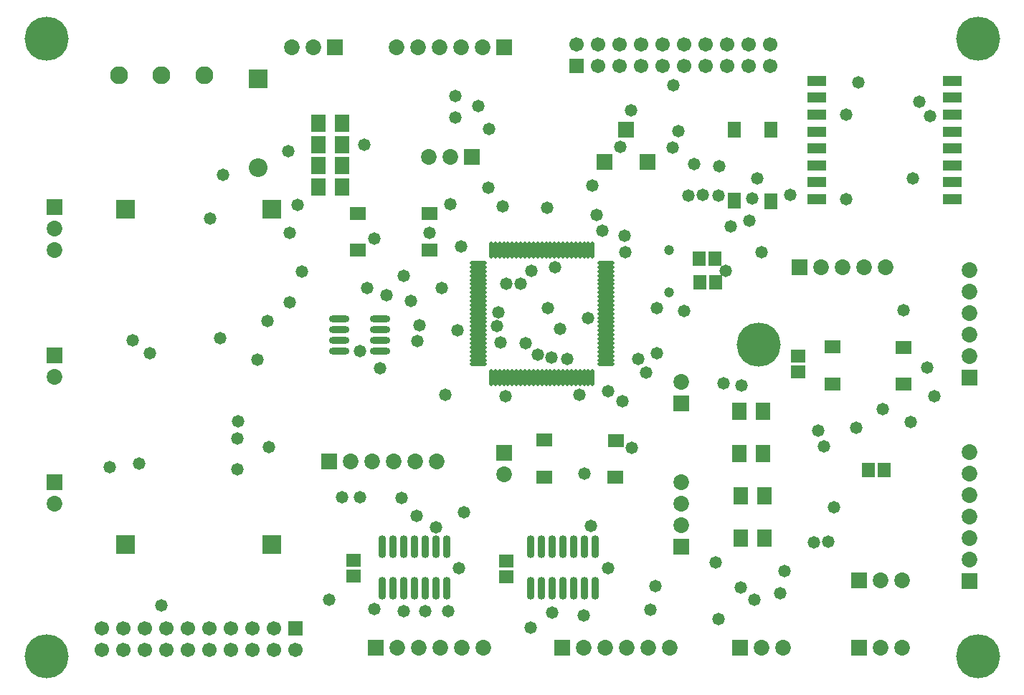
<source format=gbr>
G04 Layer_Color=8388736*
%FSLAX23Y23*%
%MOIN*%
%TF.FileFunction,Soldermask,Top*%
%TF.Part,Single*%
G01*
G75*
%TA.AperFunction,SMDPad*%
%ADD54R,0.087X0.047*%
%TA.AperFunction,SMDPad*%
%ADD55R,0.071X0.079*%
%TA.AperFunction,SMDPad*%
%ADD56O,0.095X0.032*%
%TA.AperFunction,SMDPad*%
%ADD57R,0.067X0.059*%
%TA.AperFunction,SMDPad*%
%ADD58R,0.059X0.073*%
%TA.AperFunction,SMDPad*%
%ADD59R,0.073X0.059*%
%TA.AperFunction,SMDPad*%
%ADD60R,0.059X0.067*%
%TA.AperFunction,SMDPad*%
%ADD61O,0.020X0.079*%
%TA.AperFunction,SMDPad*%
%ADD62O,0.079X0.020*%
%TA.AperFunction,SMDPad*%
%ADD63O,0.036X0.106*%
%TA.AperFunction,ViaPad*%
%ADD64C,0.073*%
%TA.AperFunction,ViaPad*%
%ADD65R,0.073X0.073*%
%TA.AperFunction,ViaPad*%
%ADD66C,0.067*%
%TA.AperFunction,ViaPad*%
%ADD67R,0.067X0.067*%
%TA.AperFunction,ConnectorPad*%
%ADD68C,0.205*%
%TA.AperFunction,ViaPad*%
%ADD69C,0.087*%
%TA.AperFunction,ViaPad*%
%ADD70R,0.087X0.087*%
%TA.AperFunction,ViaPad*%
%ADD71R,0.073X0.073*%
%TA.AperFunction,ViaPad*%
%ADD72R,0.087X0.087*%
%TA.AperFunction,ViaPad*%
%ADD73C,0.083*%
%TA.AperFunction,ViaPad*%
%ADD74C,0.047*%
%TA.AperFunction,ViaPad*%
%ADD75C,0.058*%
D54*
X5354Y4213D02*
D03*
Y4134D02*
D03*
Y4055D02*
D03*
Y3977D02*
D03*
Y3662D02*
D03*
Y3741D02*
D03*
Y3819D02*
D03*
Y3898D02*
D03*
X4724D02*
D03*
Y3819D02*
D03*
Y3741D02*
D03*
Y3662D02*
D03*
Y3977D02*
D03*
Y4055D02*
D03*
Y4134D02*
D03*
Y4213D02*
D03*
D55*
X4363Y2675D02*
D03*
X4473D02*
D03*
X4363Y2479D02*
D03*
X4473D02*
D03*
X4368Y2283D02*
D03*
X4478D02*
D03*
X4368Y2086D02*
D03*
X4478D02*
D03*
X2406Y3720D02*
D03*
X2516D02*
D03*
X2405Y3916D02*
D03*
X2515D02*
D03*
X2406Y4016D02*
D03*
X2516D02*
D03*
X2406Y3819D02*
D03*
X2516D02*
D03*
D56*
X2504Y3106D02*
D03*
Y3056D02*
D03*
Y3006D02*
D03*
Y2956D02*
D03*
X2693Y3106D02*
D03*
Y3056D02*
D03*
Y3006D02*
D03*
Y2956D02*
D03*
D57*
X4636Y2859D02*
D03*
Y2933D02*
D03*
X3280Y1980D02*
D03*
Y1906D02*
D03*
X2571Y1983D02*
D03*
Y1909D02*
D03*
D58*
X4509Y3985D02*
D03*
X4338D02*
D03*
X4508Y3653D02*
D03*
X4338Y3654D02*
D03*
D59*
X4795Y2974D02*
D03*
Y2803D02*
D03*
X5127Y2973D02*
D03*
X5126Y2803D02*
D03*
X2922Y3424D02*
D03*
Y3595D02*
D03*
X2590Y3425D02*
D03*
X2591Y3595D02*
D03*
X3456Y2541D02*
D03*
Y2370D02*
D03*
X3788Y2540D02*
D03*
X3787Y2370D02*
D03*
D60*
X4963Y2402D02*
D03*
X5037D02*
D03*
X4254Y3274D02*
D03*
X4180D02*
D03*
X4251Y3384D02*
D03*
X4177D02*
D03*
D61*
X3209Y3427D02*
D03*
X3228D02*
D03*
X3248D02*
D03*
X3268D02*
D03*
X3287D02*
D03*
X3307D02*
D03*
X3327D02*
D03*
X3346D02*
D03*
X3366D02*
D03*
X3386D02*
D03*
X3406D02*
D03*
X3425D02*
D03*
X3445D02*
D03*
X3465D02*
D03*
X3484D02*
D03*
X3504D02*
D03*
X3524D02*
D03*
X3543D02*
D03*
X3563D02*
D03*
X3583D02*
D03*
X3602D02*
D03*
X3622D02*
D03*
X3642D02*
D03*
X3661D02*
D03*
X3681D02*
D03*
Y2833D02*
D03*
X3661D02*
D03*
X3642D02*
D03*
X3622D02*
D03*
X3602D02*
D03*
X3583D02*
D03*
X3563D02*
D03*
X3543D02*
D03*
X3524D02*
D03*
X3504D02*
D03*
X3484D02*
D03*
X3465D02*
D03*
X3445D02*
D03*
X3425D02*
D03*
X3406D02*
D03*
X3386D02*
D03*
X3366D02*
D03*
X3346D02*
D03*
X3327D02*
D03*
X3307D02*
D03*
X3287D02*
D03*
X3268D02*
D03*
X3248D02*
D03*
X3228D02*
D03*
X3209D02*
D03*
D62*
X3742Y3366D02*
D03*
Y3346D02*
D03*
Y3327D02*
D03*
Y3307D02*
D03*
Y3287D02*
D03*
Y3268D02*
D03*
Y3248D02*
D03*
Y3228D02*
D03*
Y3209D02*
D03*
Y3189D02*
D03*
Y3169D02*
D03*
Y3150D02*
D03*
Y3130D02*
D03*
Y3110D02*
D03*
Y3091D02*
D03*
Y3071D02*
D03*
Y3051D02*
D03*
Y3031D02*
D03*
Y3012D02*
D03*
Y2992D02*
D03*
Y2972D02*
D03*
Y2953D02*
D03*
Y2933D02*
D03*
Y2913D02*
D03*
Y2894D02*
D03*
X3148D02*
D03*
Y2913D02*
D03*
Y2933D02*
D03*
Y2953D02*
D03*
Y2972D02*
D03*
Y2992D02*
D03*
Y3012D02*
D03*
Y3031D02*
D03*
Y3051D02*
D03*
Y3071D02*
D03*
Y3091D02*
D03*
Y3110D02*
D03*
Y3130D02*
D03*
Y3150D02*
D03*
Y3169D02*
D03*
Y3189D02*
D03*
Y3209D02*
D03*
Y3228D02*
D03*
Y3248D02*
D03*
Y3268D02*
D03*
Y3287D02*
D03*
Y3307D02*
D03*
Y3327D02*
D03*
Y3346D02*
D03*
Y3366D02*
D03*
D63*
X3393Y1852D02*
D03*
X3443D02*
D03*
X3493D02*
D03*
X3543D02*
D03*
X3593D02*
D03*
X3643D02*
D03*
X3693D02*
D03*
X3393Y2045D02*
D03*
X3443D02*
D03*
X3493D02*
D03*
X3543D02*
D03*
X3593D02*
D03*
X3643D02*
D03*
X3693D02*
D03*
X2704Y1852D02*
D03*
X2754D02*
D03*
X2804D02*
D03*
X2854D02*
D03*
X2904D02*
D03*
X2954D02*
D03*
X3004D02*
D03*
X2704Y2045D02*
D03*
X2754D02*
D03*
X2804D02*
D03*
X2854D02*
D03*
X2904D02*
D03*
X2954D02*
D03*
X3004D02*
D03*
D64*
X4567Y1575D02*
D03*
X4467D02*
D03*
X1181Y2246D02*
D03*
Y2836D02*
D03*
X1181Y3425D02*
D03*
Y3525D02*
D03*
X2921Y3860D02*
D03*
X3021D02*
D03*
X3640Y1575D02*
D03*
X3740D02*
D03*
X3840D02*
D03*
X3940D02*
D03*
X4040D02*
D03*
X2774D02*
D03*
X2874D02*
D03*
X2974D02*
D03*
X3074D02*
D03*
X3174D02*
D03*
X4743Y3346D02*
D03*
X4843D02*
D03*
X4943D02*
D03*
X5043D02*
D03*
X5433Y2931D02*
D03*
Y3031D02*
D03*
Y3131D02*
D03*
Y3231D02*
D03*
Y3331D02*
D03*
Y2387D02*
D03*
Y2287D02*
D03*
Y2187D02*
D03*
Y2087D02*
D03*
Y1987D02*
D03*
Y2487D02*
D03*
X3171Y4370D02*
D03*
X3071D02*
D03*
X2971D02*
D03*
X2871D02*
D03*
X2771D02*
D03*
X2283D02*
D03*
X2383D02*
D03*
X3268Y2383D02*
D03*
X2557Y2441D02*
D03*
X2657D02*
D03*
X2757D02*
D03*
X2857D02*
D03*
X2957D02*
D03*
X4094Y2813D02*
D03*
Y2144D02*
D03*
Y2244D02*
D03*
Y2344D02*
D03*
X5118Y1575D02*
D03*
X5018D02*
D03*
X5118Y1890D02*
D03*
X5018D02*
D03*
D65*
X4367Y1575D02*
D03*
X3121Y3860D02*
D03*
X3540Y1575D02*
D03*
X2674D02*
D03*
X4643Y3346D02*
D03*
X3737Y3837D02*
D03*
X3271Y4370D02*
D03*
X2483D02*
D03*
X2457Y2441D02*
D03*
X4918Y1575D02*
D03*
X4918Y1890D02*
D03*
D66*
X1700Y1664D02*
D03*
Y1564D02*
D03*
X1800Y1664D02*
D03*
Y1564D02*
D03*
X2300D02*
D03*
X2200Y1664D02*
D03*
Y1564D02*
D03*
X2100Y1664D02*
D03*
Y1564D02*
D03*
X2000Y1664D02*
D03*
Y1564D02*
D03*
X1900Y1664D02*
D03*
Y1564D02*
D03*
X1600D02*
D03*
Y1664D02*
D03*
X1500Y1564D02*
D03*
Y1664D02*
D03*
X1400Y1564D02*
D03*
Y1664D02*
D03*
X4205Y4281D02*
D03*
Y4381D02*
D03*
X4105Y4281D02*
D03*
Y4381D02*
D03*
X3605D02*
D03*
X3705Y4281D02*
D03*
Y4381D02*
D03*
X3805Y4281D02*
D03*
Y4381D02*
D03*
X3905Y4281D02*
D03*
Y4381D02*
D03*
X4005Y4281D02*
D03*
Y4381D02*
D03*
X4305D02*
D03*
Y4281D02*
D03*
X4405Y4381D02*
D03*
Y4281D02*
D03*
X4505Y4381D02*
D03*
Y4281D02*
D03*
D67*
X2300Y1664D02*
D03*
X3605Y4281D02*
D03*
D68*
X4454Y2985D02*
D03*
X5472Y4409D02*
D03*
Y1535D02*
D03*
X1142D02*
D03*
Y4409D02*
D03*
D69*
X2126Y3810D02*
D03*
D70*
Y4222D02*
D03*
D71*
X1181Y2346D02*
D03*
Y2936D02*
D03*
X1181Y3625D02*
D03*
X5433Y2831D02*
D03*
Y1887D02*
D03*
X3837Y3987D02*
D03*
X3937Y3837D02*
D03*
X3268Y2483D02*
D03*
X4094Y2713D02*
D03*
Y2044D02*
D03*
D72*
X2191Y3615D02*
D03*
X1510D02*
D03*
X2191Y2054D02*
D03*
X1510D02*
D03*
D73*
X1675Y4238D02*
D03*
X1875D02*
D03*
X1478D02*
D03*
D74*
X4035Y3228D02*
D03*
Y3425D02*
D03*
D75*
X3276Y2747D02*
D03*
X4298Y3330D02*
D03*
X3862Y2506D02*
D03*
X3010Y1746D02*
D03*
X3243Y3134D02*
D03*
X4445Y3759D02*
D03*
X2600Y2956D02*
D03*
X1542Y3004D02*
D03*
X5028Y2687D02*
D03*
X5161Y2624D02*
D03*
X5269Y2746D02*
D03*
X5235Y2878D02*
D03*
X3979Y2944D02*
D03*
X5127Y3144D02*
D03*
X4372Y2796D02*
D03*
X4289Y2806D02*
D03*
X3084Y2204D02*
D03*
X2455Y1798D02*
D03*
X3563Y2919D02*
D03*
X3948Y1751D02*
D03*
X3972Y1861D02*
D03*
X3052Y3051D02*
D03*
X2867Y3003D02*
D03*
X2122Y2914D02*
D03*
X3672Y2143D02*
D03*
X3639Y1726D02*
D03*
X3493Y1738D02*
D03*
X3393Y1669D02*
D03*
X1903Y3573D02*
D03*
X1435Y2416D02*
D03*
X4553Y1830D02*
D03*
X4267Y1710D02*
D03*
X3044Y4143D02*
D03*
X3042Y4043D02*
D03*
X3149Y4097D02*
D03*
X2981Y3249D02*
D03*
X3931Y2855D02*
D03*
X3893Y2919D02*
D03*
X3470Y3622D02*
D03*
X2723Y3217D02*
D03*
X2835Y3188D02*
D03*
X4252Y1973D02*
D03*
X4572Y1932D02*
D03*
X4906Y2598D02*
D03*
X4370Y1854D02*
D03*
X4434Y1800D02*
D03*
X4804Y2229D02*
D03*
X4757Y2511D02*
D03*
X4728Y2585D02*
D03*
X2598Y2277D02*
D03*
X2517D02*
D03*
X1962Y3777D02*
D03*
X1622Y2944D02*
D03*
X3068Y3443D02*
D03*
X3753Y2768D02*
D03*
X3819Y2722D02*
D03*
X2954Y2137D02*
D03*
X2666Y1756D02*
D03*
X2804Y1746D02*
D03*
X3490Y2924D02*
D03*
X2904Y1745D02*
D03*
X2621Y3916D02*
D03*
X3752Y1947D02*
D03*
X3058D02*
D03*
X2634Y3248D02*
D03*
X2693Y2874D02*
D03*
X3643Y2386D02*
D03*
X3425Y2938D02*
D03*
X3658Y3110D02*
D03*
X3237Y3071D02*
D03*
X4775Y2070D02*
D03*
X4709Y2067D02*
D03*
X4860Y3661D02*
D03*
X4858Y4055D02*
D03*
X1573Y2431D02*
D03*
X2875Y3075D02*
D03*
X3810Y3906D02*
D03*
X4054Y3902D02*
D03*
X4081Y3980D02*
D03*
X4126Y3678D02*
D03*
X4057Y4193D02*
D03*
X3264Y3628D02*
D03*
X3020Y3638D02*
D03*
X3197Y3717D02*
D03*
X2309Y3636D02*
D03*
X2267Y3884D02*
D03*
X3201Y3988D02*
D03*
X3858Y4077D02*
D03*
X4154Y3826D02*
D03*
X4192Y3681D02*
D03*
X4270Y3814D02*
D03*
X4267Y3678D02*
D03*
X3505Y3346D02*
D03*
X3978Y3157D02*
D03*
X4105Y3141D02*
D03*
X3474Y3156D02*
D03*
X3528Y3060D02*
D03*
X3618Y2751D02*
D03*
X3680Y3724D02*
D03*
X3832Y3415D02*
D03*
X3830Y3493D02*
D03*
X5251Y4050D02*
D03*
X5201Y4117D02*
D03*
X5169Y3758D02*
D03*
X4916Y4204D02*
D03*
X4465Y3415D02*
D03*
X4323Y3536D02*
D03*
X3727Y3516D02*
D03*
X4423Y3665D02*
D03*
X3700Y3590D02*
D03*
X4411Y3563D02*
D03*
X4601Y3681D02*
D03*
X1677Y1771D02*
D03*
X3396Y3328D02*
D03*
X3347Y3268D02*
D03*
X3280Y3269D02*
D03*
X2803Y3305D02*
D03*
X2030Y2406D02*
D03*
X1948Y3017D02*
D03*
X2028Y2549D02*
D03*
X2033Y2628D02*
D03*
X2864Y2189D02*
D03*
X3370Y2993D02*
D03*
X3254Y2997D02*
D03*
X2995Y2753D02*
D03*
X2667Y3478D02*
D03*
X2177Y2510D02*
D03*
X2922Y3505D02*
D03*
X2272Y3504D02*
D03*
X2331Y3326D02*
D03*
X2274Y3183D02*
D03*
X2171Y3096D02*
D03*
X2793Y2272D02*
D03*
%TF.MD5,17735885BC9F98BF668BFB04B93DC890*%
M02*

</source>
